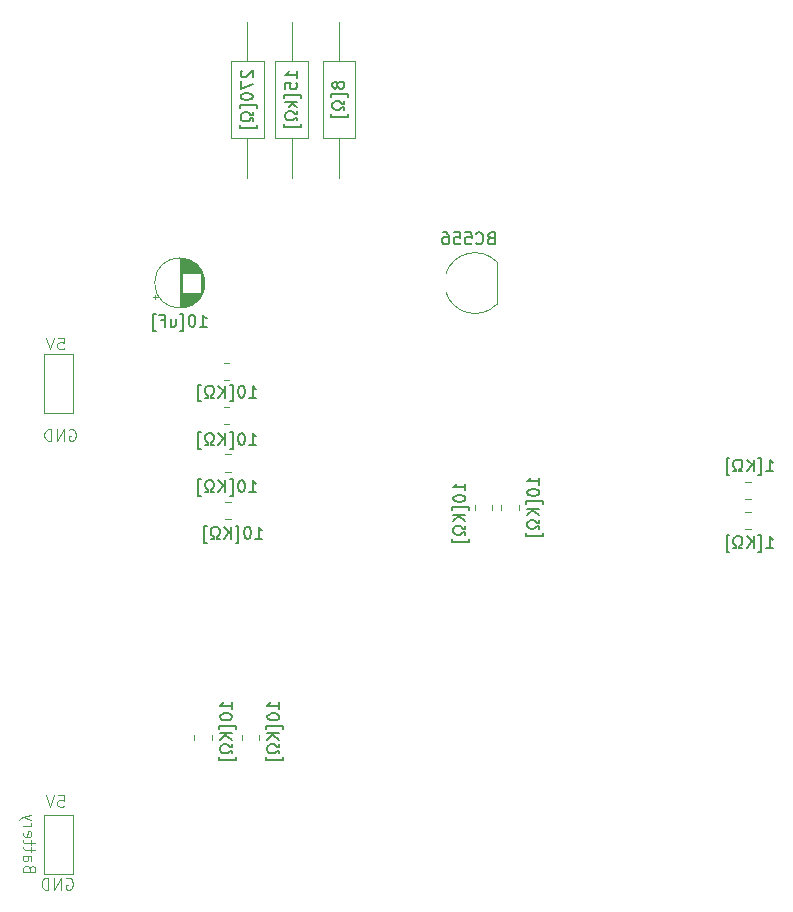
<source format=gbr>
%TF.GenerationSoftware,KiCad,Pcbnew,9.0.5*%
%TF.CreationDate,2025-10-16T02:52:29+02:00*%
%TF.ProjectId,Gameboy-interface-card,47616d65-626f-4792-9d69-6e7465726661,rev?*%
%TF.SameCoordinates,Original*%
%TF.FileFunction,Legend,Bot*%
%TF.FilePolarity,Positive*%
%FSLAX46Y46*%
G04 Gerber Fmt 4.6, Leading zero omitted, Abs format (unit mm)*
G04 Created by KiCad (PCBNEW 9.0.5) date 2025-10-16 02:52:29*
%MOMM*%
%LPD*%
G01*
G04 APERTURE LIST*
%ADD10C,0.100000*%
%ADD11C,0.150000*%
%ADD12C,0.120000*%
G04 APERTURE END LIST*
D10*
X58316390Y-146079245D02*
X58268771Y-145936388D01*
X58268771Y-145936388D02*
X58221152Y-145888769D01*
X58221152Y-145888769D02*
X58125914Y-145841150D01*
X58125914Y-145841150D02*
X57983057Y-145841150D01*
X57983057Y-145841150D02*
X57887819Y-145888769D01*
X57887819Y-145888769D02*
X57840200Y-145936388D01*
X57840200Y-145936388D02*
X57792580Y-146031626D01*
X57792580Y-146031626D02*
X57792580Y-146412578D01*
X57792580Y-146412578D02*
X58792580Y-146412578D01*
X58792580Y-146412578D02*
X58792580Y-146079245D01*
X58792580Y-146079245D02*
X58744961Y-145984007D01*
X58744961Y-145984007D02*
X58697342Y-145936388D01*
X58697342Y-145936388D02*
X58602104Y-145888769D01*
X58602104Y-145888769D02*
X58506866Y-145888769D01*
X58506866Y-145888769D02*
X58411628Y-145936388D01*
X58411628Y-145936388D02*
X58364009Y-145984007D01*
X58364009Y-145984007D02*
X58316390Y-146079245D01*
X58316390Y-146079245D02*
X58316390Y-146412578D01*
X57792580Y-144984007D02*
X58316390Y-144984007D01*
X58316390Y-144984007D02*
X58411628Y-145031626D01*
X58411628Y-145031626D02*
X58459247Y-145126864D01*
X58459247Y-145126864D02*
X58459247Y-145317340D01*
X58459247Y-145317340D02*
X58411628Y-145412578D01*
X57840200Y-144984007D02*
X57792580Y-145079245D01*
X57792580Y-145079245D02*
X57792580Y-145317340D01*
X57792580Y-145317340D02*
X57840200Y-145412578D01*
X57840200Y-145412578D02*
X57935438Y-145460197D01*
X57935438Y-145460197D02*
X58030676Y-145460197D01*
X58030676Y-145460197D02*
X58125914Y-145412578D01*
X58125914Y-145412578D02*
X58173533Y-145317340D01*
X58173533Y-145317340D02*
X58173533Y-145079245D01*
X58173533Y-145079245D02*
X58221152Y-144984007D01*
X58459247Y-144650673D02*
X58459247Y-144269721D01*
X58792580Y-144507816D02*
X57935438Y-144507816D01*
X57935438Y-144507816D02*
X57840200Y-144460197D01*
X57840200Y-144460197D02*
X57792580Y-144364959D01*
X57792580Y-144364959D02*
X57792580Y-144269721D01*
X58459247Y-144079244D02*
X58459247Y-143698292D01*
X58792580Y-143936387D02*
X57935438Y-143936387D01*
X57935438Y-143936387D02*
X57840200Y-143888768D01*
X57840200Y-143888768D02*
X57792580Y-143793530D01*
X57792580Y-143793530D02*
X57792580Y-143698292D01*
X57840200Y-142984006D02*
X57792580Y-143079244D01*
X57792580Y-143079244D02*
X57792580Y-143269720D01*
X57792580Y-143269720D02*
X57840200Y-143364958D01*
X57840200Y-143364958D02*
X57935438Y-143412577D01*
X57935438Y-143412577D02*
X58316390Y-143412577D01*
X58316390Y-143412577D02*
X58411628Y-143364958D01*
X58411628Y-143364958D02*
X58459247Y-143269720D01*
X58459247Y-143269720D02*
X58459247Y-143079244D01*
X58459247Y-143079244D02*
X58411628Y-142984006D01*
X58411628Y-142984006D02*
X58316390Y-142936387D01*
X58316390Y-142936387D02*
X58221152Y-142936387D01*
X58221152Y-142936387D02*
X58125914Y-143412577D01*
X57792580Y-142507815D02*
X58459247Y-142507815D01*
X58268771Y-142507815D02*
X58364009Y-142460196D01*
X58364009Y-142460196D02*
X58411628Y-142412577D01*
X58411628Y-142412577D02*
X58459247Y-142317339D01*
X58459247Y-142317339D02*
X58459247Y-142222101D01*
X58459247Y-141984005D02*
X57792580Y-141745910D01*
X58459247Y-141507815D02*
X57792580Y-141745910D01*
X57792580Y-141745910D02*
X57554485Y-141841148D01*
X57554485Y-141841148D02*
X57506866Y-141888767D01*
X57506866Y-141888767D02*
X57459247Y-141984005D01*
X60719925Y-139872419D02*
X61196115Y-139872419D01*
X61196115Y-139872419D02*
X61243734Y-140348609D01*
X61243734Y-140348609D02*
X61196115Y-140300990D01*
X61196115Y-140300990D02*
X61100877Y-140253371D01*
X61100877Y-140253371D02*
X60862782Y-140253371D01*
X60862782Y-140253371D02*
X60767544Y-140300990D01*
X60767544Y-140300990D02*
X60719925Y-140348609D01*
X60719925Y-140348609D02*
X60672306Y-140443847D01*
X60672306Y-140443847D02*
X60672306Y-140681942D01*
X60672306Y-140681942D02*
X60719925Y-140777180D01*
X60719925Y-140777180D02*
X60767544Y-140824800D01*
X60767544Y-140824800D02*
X60862782Y-140872419D01*
X60862782Y-140872419D02*
X61100877Y-140872419D01*
X61100877Y-140872419D02*
X61196115Y-140824800D01*
X61196115Y-140824800D02*
X61243734Y-140777180D01*
X60386591Y-139872419D02*
X60053258Y-140872419D01*
X60053258Y-140872419D02*
X59719925Y-139872419D01*
X60719925Y-101122419D02*
X61196115Y-101122419D01*
X61196115Y-101122419D02*
X61243734Y-101598609D01*
X61243734Y-101598609D02*
X61196115Y-101550990D01*
X61196115Y-101550990D02*
X61100877Y-101503371D01*
X61100877Y-101503371D02*
X60862782Y-101503371D01*
X60862782Y-101503371D02*
X60767544Y-101550990D01*
X60767544Y-101550990D02*
X60719925Y-101598609D01*
X60719925Y-101598609D02*
X60672306Y-101693847D01*
X60672306Y-101693847D02*
X60672306Y-101931942D01*
X60672306Y-101931942D02*
X60719925Y-102027180D01*
X60719925Y-102027180D02*
X60767544Y-102074800D01*
X60767544Y-102074800D02*
X60862782Y-102122419D01*
X60862782Y-102122419D02*
X61100877Y-102122419D01*
X61100877Y-102122419D02*
X61196115Y-102074800D01*
X61196115Y-102074800D02*
X61243734Y-102027180D01*
X60386591Y-101122419D02*
X60053258Y-102122419D01*
X60053258Y-102122419D02*
X59719925Y-101122419D01*
X61422306Y-146920038D02*
X61517544Y-146872419D01*
X61517544Y-146872419D02*
X61660401Y-146872419D01*
X61660401Y-146872419D02*
X61803258Y-146920038D01*
X61803258Y-146920038D02*
X61898496Y-147015276D01*
X61898496Y-147015276D02*
X61946115Y-147110514D01*
X61946115Y-147110514D02*
X61993734Y-147300990D01*
X61993734Y-147300990D02*
X61993734Y-147443847D01*
X61993734Y-147443847D02*
X61946115Y-147634323D01*
X61946115Y-147634323D02*
X61898496Y-147729561D01*
X61898496Y-147729561D02*
X61803258Y-147824800D01*
X61803258Y-147824800D02*
X61660401Y-147872419D01*
X61660401Y-147872419D02*
X61565163Y-147872419D01*
X61565163Y-147872419D02*
X61422306Y-147824800D01*
X61422306Y-147824800D02*
X61374687Y-147777180D01*
X61374687Y-147777180D02*
X61374687Y-147443847D01*
X61374687Y-147443847D02*
X61565163Y-147443847D01*
X60946115Y-147872419D02*
X60946115Y-146872419D01*
X60946115Y-146872419D02*
X60374687Y-147872419D01*
X60374687Y-147872419D02*
X60374687Y-146872419D01*
X59898496Y-147872419D02*
X59898496Y-146872419D01*
X59898496Y-146872419D02*
X59660401Y-146872419D01*
X59660401Y-146872419D02*
X59517544Y-146920038D01*
X59517544Y-146920038D02*
X59422306Y-147015276D01*
X59422306Y-147015276D02*
X59374687Y-147110514D01*
X59374687Y-147110514D02*
X59327068Y-147300990D01*
X59327068Y-147300990D02*
X59327068Y-147443847D01*
X59327068Y-147443847D02*
X59374687Y-147634323D01*
X59374687Y-147634323D02*
X59422306Y-147729561D01*
X59422306Y-147729561D02*
X59517544Y-147824800D01*
X59517544Y-147824800D02*
X59660401Y-147872419D01*
X59660401Y-147872419D02*
X59898496Y-147872419D01*
X61672306Y-108920038D02*
X61767544Y-108872419D01*
X61767544Y-108872419D02*
X61910401Y-108872419D01*
X61910401Y-108872419D02*
X62053258Y-108920038D01*
X62053258Y-108920038D02*
X62148496Y-109015276D01*
X62148496Y-109015276D02*
X62196115Y-109110514D01*
X62196115Y-109110514D02*
X62243734Y-109300990D01*
X62243734Y-109300990D02*
X62243734Y-109443847D01*
X62243734Y-109443847D02*
X62196115Y-109634323D01*
X62196115Y-109634323D02*
X62148496Y-109729561D01*
X62148496Y-109729561D02*
X62053258Y-109824800D01*
X62053258Y-109824800D02*
X61910401Y-109872419D01*
X61910401Y-109872419D02*
X61815163Y-109872419D01*
X61815163Y-109872419D02*
X61672306Y-109824800D01*
X61672306Y-109824800D02*
X61624687Y-109777180D01*
X61624687Y-109777180D02*
X61624687Y-109443847D01*
X61624687Y-109443847D02*
X61815163Y-109443847D01*
X61196115Y-109872419D02*
X61196115Y-108872419D01*
X61196115Y-108872419D02*
X60624687Y-109872419D01*
X60624687Y-109872419D02*
X60624687Y-108872419D01*
X60148496Y-109872419D02*
X60148496Y-108872419D01*
X60148496Y-108872419D02*
X59910401Y-108872419D01*
X59910401Y-108872419D02*
X59767544Y-108920038D01*
X59767544Y-108920038D02*
X59672306Y-109015276D01*
X59672306Y-109015276D02*
X59624687Y-109110514D01*
X59624687Y-109110514D02*
X59577068Y-109300990D01*
X59577068Y-109300990D02*
X59577068Y-109443847D01*
X59577068Y-109443847D02*
X59624687Y-109634323D01*
X59624687Y-109634323D02*
X59672306Y-109729561D01*
X59672306Y-109729561D02*
X59767544Y-109824800D01*
X59767544Y-109824800D02*
X59910401Y-109872419D01*
X59910401Y-109872419D02*
X60148496Y-109872419D01*
D11*
X76300057Y-78523809D02*
X76252438Y-78571428D01*
X76252438Y-78571428D02*
X76204819Y-78666666D01*
X76204819Y-78666666D02*
X76204819Y-78904761D01*
X76204819Y-78904761D02*
X76252438Y-78999999D01*
X76252438Y-78999999D02*
X76300057Y-79047618D01*
X76300057Y-79047618D02*
X76395295Y-79095237D01*
X76395295Y-79095237D02*
X76490533Y-79095237D01*
X76490533Y-79095237D02*
X76633390Y-79047618D01*
X76633390Y-79047618D02*
X77204819Y-78476190D01*
X77204819Y-78476190D02*
X77204819Y-79095237D01*
X76204819Y-79428571D02*
X76204819Y-80095237D01*
X76204819Y-80095237D02*
X77204819Y-79666666D01*
X76204819Y-80666666D02*
X76204819Y-80761904D01*
X76204819Y-80761904D02*
X76252438Y-80857142D01*
X76252438Y-80857142D02*
X76300057Y-80904761D01*
X76300057Y-80904761D02*
X76395295Y-80952380D01*
X76395295Y-80952380D02*
X76585771Y-80999999D01*
X76585771Y-80999999D02*
X76823866Y-80999999D01*
X76823866Y-80999999D02*
X77014342Y-80952380D01*
X77014342Y-80952380D02*
X77109580Y-80904761D01*
X77109580Y-80904761D02*
X77157200Y-80857142D01*
X77157200Y-80857142D02*
X77204819Y-80761904D01*
X77204819Y-80761904D02*
X77204819Y-80666666D01*
X77204819Y-80666666D02*
X77157200Y-80571428D01*
X77157200Y-80571428D02*
X77109580Y-80523809D01*
X77109580Y-80523809D02*
X77014342Y-80476190D01*
X77014342Y-80476190D02*
X76823866Y-80428571D01*
X76823866Y-80428571D02*
X76585771Y-80428571D01*
X76585771Y-80428571D02*
X76395295Y-80476190D01*
X76395295Y-80476190D02*
X76300057Y-80523809D01*
X76300057Y-80523809D02*
X76252438Y-80571428D01*
X76252438Y-80571428D02*
X76204819Y-80666666D01*
X77538152Y-81714285D02*
X77538152Y-81476190D01*
X77538152Y-81476190D02*
X76109580Y-81476190D01*
X76109580Y-81476190D02*
X76109580Y-81714285D01*
X77204819Y-82047619D02*
X77204819Y-82285714D01*
X77204819Y-82285714D02*
X77014342Y-82285714D01*
X77014342Y-82285714D02*
X76966723Y-82190476D01*
X76966723Y-82190476D02*
X76871485Y-82095238D01*
X76871485Y-82095238D02*
X76728628Y-82047619D01*
X76728628Y-82047619D02*
X76490533Y-82047619D01*
X76490533Y-82047619D02*
X76347676Y-82095238D01*
X76347676Y-82095238D02*
X76252438Y-82190476D01*
X76252438Y-82190476D02*
X76204819Y-82333333D01*
X76204819Y-82333333D02*
X76204819Y-82523809D01*
X76204819Y-82523809D02*
X76252438Y-82666666D01*
X76252438Y-82666666D02*
X76347676Y-82761904D01*
X76347676Y-82761904D02*
X76490533Y-82809523D01*
X76490533Y-82809523D02*
X76728628Y-82809523D01*
X76728628Y-82809523D02*
X76871485Y-82761904D01*
X76871485Y-82761904D02*
X76966723Y-82666666D01*
X76966723Y-82666666D02*
X77014342Y-82571428D01*
X77014342Y-82571428D02*
X77204819Y-82571428D01*
X77204819Y-82571428D02*
X77204819Y-82809523D01*
X77538152Y-83142857D02*
X77538152Y-83380952D01*
X77538152Y-83380952D02*
X76109580Y-83380952D01*
X76109580Y-83380952D02*
X76109580Y-83142857D01*
X84383390Y-79666666D02*
X84335771Y-79571428D01*
X84335771Y-79571428D02*
X84288152Y-79523809D01*
X84288152Y-79523809D02*
X84192914Y-79476190D01*
X84192914Y-79476190D02*
X84145295Y-79476190D01*
X84145295Y-79476190D02*
X84050057Y-79523809D01*
X84050057Y-79523809D02*
X84002438Y-79571428D01*
X84002438Y-79571428D02*
X83954819Y-79666666D01*
X83954819Y-79666666D02*
X83954819Y-79857142D01*
X83954819Y-79857142D02*
X84002438Y-79952380D01*
X84002438Y-79952380D02*
X84050057Y-79999999D01*
X84050057Y-79999999D02*
X84145295Y-80047618D01*
X84145295Y-80047618D02*
X84192914Y-80047618D01*
X84192914Y-80047618D02*
X84288152Y-79999999D01*
X84288152Y-79999999D02*
X84335771Y-79952380D01*
X84335771Y-79952380D02*
X84383390Y-79857142D01*
X84383390Y-79857142D02*
X84383390Y-79666666D01*
X84383390Y-79666666D02*
X84431009Y-79571428D01*
X84431009Y-79571428D02*
X84478628Y-79523809D01*
X84478628Y-79523809D02*
X84573866Y-79476190D01*
X84573866Y-79476190D02*
X84764342Y-79476190D01*
X84764342Y-79476190D02*
X84859580Y-79523809D01*
X84859580Y-79523809D02*
X84907200Y-79571428D01*
X84907200Y-79571428D02*
X84954819Y-79666666D01*
X84954819Y-79666666D02*
X84954819Y-79857142D01*
X84954819Y-79857142D02*
X84907200Y-79952380D01*
X84907200Y-79952380D02*
X84859580Y-79999999D01*
X84859580Y-79999999D02*
X84764342Y-80047618D01*
X84764342Y-80047618D02*
X84573866Y-80047618D01*
X84573866Y-80047618D02*
X84478628Y-79999999D01*
X84478628Y-79999999D02*
X84431009Y-79952380D01*
X84431009Y-79952380D02*
X84383390Y-79857142D01*
X85288152Y-80761904D02*
X85288152Y-80523809D01*
X85288152Y-80523809D02*
X83859580Y-80523809D01*
X83859580Y-80523809D02*
X83859580Y-80761904D01*
X84954819Y-81095238D02*
X84954819Y-81333333D01*
X84954819Y-81333333D02*
X84764342Y-81333333D01*
X84764342Y-81333333D02*
X84716723Y-81238095D01*
X84716723Y-81238095D02*
X84621485Y-81142857D01*
X84621485Y-81142857D02*
X84478628Y-81095238D01*
X84478628Y-81095238D02*
X84240533Y-81095238D01*
X84240533Y-81095238D02*
X84097676Y-81142857D01*
X84097676Y-81142857D02*
X84002438Y-81238095D01*
X84002438Y-81238095D02*
X83954819Y-81380952D01*
X83954819Y-81380952D02*
X83954819Y-81571428D01*
X83954819Y-81571428D02*
X84002438Y-81714285D01*
X84002438Y-81714285D02*
X84097676Y-81809523D01*
X84097676Y-81809523D02*
X84240533Y-81857142D01*
X84240533Y-81857142D02*
X84478628Y-81857142D01*
X84478628Y-81857142D02*
X84621485Y-81809523D01*
X84621485Y-81809523D02*
X84716723Y-81714285D01*
X84716723Y-81714285D02*
X84764342Y-81619047D01*
X84764342Y-81619047D02*
X84954819Y-81619047D01*
X84954819Y-81619047D02*
X84954819Y-81857142D01*
X85288152Y-82190476D02*
X85288152Y-82428571D01*
X85288152Y-82428571D02*
X83859580Y-82428571D01*
X83859580Y-82428571D02*
X83859580Y-82190476D01*
X120702381Y-118954819D02*
X121273809Y-118954819D01*
X120988095Y-118954819D02*
X120988095Y-117954819D01*
X120988095Y-117954819D02*
X121083333Y-118097676D01*
X121083333Y-118097676D02*
X121178571Y-118192914D01*
X121178571Y-118192914D02*
X121273809Y-118240533D01*
X119988095Y-119288152D02*
X120226190Y-119288152D01*
X120226190Y-119288152D02*
X120226190Y-117859580D01*
X120226190Y-117859580D02*
X119988095Y-117859580D01*
X119607142Y-118954819D02*
X119607142Y-117954819D01*
X119035714Y-118954819D02*
X119464285Y-118383390D01*
X119035714Y-117954819D02*
X119607142Y-118526247D01*
X118654761Y-118954819D02*
X118416666Y-118954819D01*
X118416666Y-118954819D02*
X118416666Y-118764342D01*
X118416666Y-118764342D02*
X118511904Y-118716723D01*
X118511904Y-118716723D02*
X118607142Y-118621485D01*
X118607142Y-118621485D02*
X118654761Y-118478628D01*
X118654761Y-118478628D02*
X118654761Y-118240533D01*
X118654761Y-118240533D02*
X118607142Y-118097676D01*
X118607142Y-118097676D02*
X118511904Y-118002438D01*
X118511904Y-118002438D02*
X118369047Y-117954819D01*
X118369047Y-117954819D02*
X118178571Y-117954819D01*
X118178571Y-117954819D02*
X118035714Y-118002438D01*
X118035714Y-118002438D02*
X117940476Y-118097676D01*
X117940476Y-118097676D02*
X117892857Y-118240533D01*
X117892857Y-118240533D02*
X117892857Y-118478628D01*
X117892857Y-118478628D02*
X117940476Y-118621485D01*
X117940476Y-118621485D02*
X118035714Y-118716723D01*
X118035714Y-118716723D02*
X118130952Y-118764342D01*
X118130952Y-118764342D02*
X118130952Y-118954819D01*
X118130952Y-118954819D02*
X117892857Y-118954819D01*
X117559523Y-119288152D02*
X117321428Y-119288152D01*
X117321428Y-119288152D02*
X117321428Y-117859580D01*
X117321428Y-117859580D02*
X117559523Y-117859580D01*
X120702381Y-112454819D02*
X121273809Y-112454819D01*
X120988095Y-112454819D02*
X120988095Y-111454819D01*
X120988095Y-111454819D02*
X121083333Y-111597676D01*
X121083333Y-111597676D02*
X121178571Y-111692914D01*
X121178571Y-111692914D02*
X121273809Y-111740533D01*
X119988095Y-112788152D02*
X120226190Y-112788152D01*
X120226190Y-112788152D02*
X120226190Y-111359580D01*
X120226190Y-111359580D02*
X119988095Y-111359580D01*
X119607142Y-112454819D02*
X119607142Y-111454819D01*
X119035714Y-112454819D02*
X119464285Y-111883390D01*
X119035714Y-111454819D02*
X119607142Y-112026247D01*
X118654761Y-112454819D02*
X118416666Y-112454819D01*
X118416666Y-112454819D02*
X118416666Y-112264342D01*
X118416666Y-112264342D02*
X118511904Y-112216723D01*
X118511904Y-112216723D02*
X118607142Y-112121485D01*
X118607142Y-112121485D02*
X118654761Y-111978628D01*
X118654761Y-111978628D02*
X118654761Y-111740533D01*
X118654761Y-111740533D02*
X118607142Y-111597676D01*
X118607142Y-111597676D02*
X118511904Y-111502438D01*
X118511904Y-111502438D02*
X118369047Y-111454819D01*
X118369047Y-111454819D02*
X118178571Y-111454819D01*
X118178571Y-111454819D02*
X118035714Y-111502438D01*
X118035714Y-111502438D02*
X117940476Y-111597676D01*
X117940476Y-111597676D02*
X117892857Y-111740533D01*
X117892857Y-111740533D02*
X117892857Y-111978628D01*
X117892857Y-111978628D02*
X117940476Y-112121485D01*
X117940476Y-112121485D02*
X118035714Y-112216723D01*
X118035714Y-112216723D02*
X118130952Y-112264342D01*
X118130952Y-112264342D02*
X118130952Y-112454819D01*
X118130952Y-112454819D02*
X117892857Y-112454819D01*
X117559523Y-112788152D02*
X117321428Y-112788152D01*
X117321428Y-112788152D02*
X117321428Y-111359580D01*
X117321428Y-111359580D02*
X117559523Y-111359580D01*
X76928571Y-110204819D02*
X77499999Y-110204819D01*
X77214285Y-110204819D02*
X77214285Y-109204819D01*
X77214285Y-109204819D02*
X77309523Y-109347676D01*
X77309523Y-109347676D02*
X77404761Y-109442914D01*
X77404761Y-109442914D02*
X77499999Y-109490533D01*
X76309523Y-109204819D02*
X76214285Y-109204819D01*
X76214285Y-109204819D02*
X76119047Y-109252438D01*
X76119047Y-109252438D02*
X76071428Y-109300057D01*
X76071428Y-109300057D02*
X76023809Y-109395295D01*
X76023809Y-109395295D02*
X75976190Y-109585771D01*
X75976190Y-109585771D02*
X75976190Y-109823866D01*
X75976190Y-109823866D02*
X76023809Y-110014342D01*
X76023809Y-110014342D02*
X76071428Y-110109580D01*
X76071428Y-110109580D02*
X76119047Y-110157200D01*
X76119047Y-110157200D02*
X76214285Y-110204819D01*
X76214285Y-110204819D02*
X76309523Y-110204819D01*
X76309523Y-110204819D02*
X76404761Y-110157200D01*
X76404761Y-110157200D02*
X76452380Y-110109580D01*
X76452380Y-110109580D02*
X76499999Y-110014342D01*
X76499999Y-110014342D02*
X76547618Y-109823866D01*
X76547618Y-109823866D02*
X76547618Y-109585771D01*
X76547618Y-109585771D02*
X76499999Y-109395295D01*
X76499999Y-109395295D02*
X76452380Y-109300057D01*
X76452380Y-109300057D02*
X76404761Y-109252438D01*
X76404761Y-109252438D02*
X76309523Y-109204819D01*
X75261904Y-110538152D02*
X75499999Y-110538152D01*
X75499999Y-110538152D02*
X75499999Y-109109580D01*
X75499999Y-109109580D02*
X75261904Y-109109580D01*
X74880951Y-110204819D02*
X74880951Y-109204819D01*
X74309523Y-110204819D02*
X74738094Y-109633390D01*
X74309523Y-109204819D02*
X74880951Y-109776247D01*
X73928570Y-110204819D02*
X73690475Y-110204819D01*
X73690475Y-110204819D02*
X73690475Y-110014342D01*
X73690475Y-110014342D02*
X73785713Y-109966723D01*
X73785713Y-109966723D02*
X73880951Y-109871485D01*
X73880951Y-109871485D02*
X73928570Y-109728628D01*
X73928570Y-109728628D02*
X73928570Y-109490533D01*
X73928570Y-109490533D02*
X73880951Y-109347676D01*
X73880951Y-109347676D02*
X73785713Y-109252438D01*
X73785713Y-109252438D02*
X73642856Y-109204819D01*
X73642856Y-109204819D02*
X73452380Y-109204819D01*
X73452380Y-109204819D02*
X73309523Y-109252438D01*
X73309523Y-109252438D02*
X73214285Y-109347676D01*
X73214285Y-109347676D02*
X73166666Y-109490533D01*
X73166666Y-109490533D02*
X73166666Y-109728628D01*
X73166666Y-109728628D02*
X73214285Y-109871485D01*
X73214285Y-109871485D02*
X73309523Y-109966723D01*
X73309523Y-109966723D02*
X73404761Y-110014342D01*
X73404761Y-110014342D02*
X73404761Y-110204819D01*
X73404761Y-110204819D02*
X73166666Y-110204819D01*
X72833332Y-110538152D02*
X72595237Y-110538152D01*
X72595237Y-110538152D02*
X72595237Y-109109580D01*
X72595237Y-109109580D02*
X72833332Y-109109580D01*
X76928571Y-106204819D02*
X77499999Y-106204819D01*
X77214285Y-106204819D02*
X77214285Y-105204819D01*
X77214285Y-105204819D02*
X77309523Y-105347676D01*
X77309523Y-105347676D02*
X77404761Y-105442914D01*
X77404761Y-105442914D02*
X77499999Y-105490533D01*
X76309523Y-105204819D02*
X76214285Y-105204819D01*
X76214285Y-105204819D02*
X76119047Y-105252438D01*
X76119047Y-105252438D02*
X76071428Y-105300057D01*
X76071428Y-105300057D02*
X76023809Y-105395295D01*
X76023809Y-105395295D02*
X75976190Y-105585771D01*
X75976190Y-105585771D02*
X75976190Y-105823866D01*
X75976190Y-105823866D02*
X76023809Y-106014342D01*
X76023809Y-106014342D02*
X76071428Y-106109580D01*
X76071428Y-106109580D02*
X76119047Y-106157200D01*
X76119047Y-106157200D02*
X76214285Y-106204819D01*
X76214285Y-106204819D02*
X76309523Y-106204819D01*
X76309523Y-106204819D02*
X76404761Y-106157200D01*
X76404761Y-106157200D02*
X76452380Y-106109580D01*
X76452380Y-106109580D02*
X76499999Y-106014342D01*
X76499999Y-106014342D02*
X76547618Y-105823866D01*
X76547618Y-105823866D02*
X76547618Y-105585771D01*
X76547618Y-105585771D02*
X76499999Y-105395295D01*
X76499999Y-105395295D02*
X76452380Y-105300057D01*
X76452380Y-105300057D02*
X76404761Y-105252438D01*
X76404761Y-105252438D02*
X76309523Y-105204819D01*
X75261904Y-106538152D02*
X75499999Y-106538152D01*
X75499999Y-106538152D02*
X75499999Y-105109580D01*
X75499999Y-105109580D02*
X75261904Y-105109580D01*
X74880951Y-106204819D02*
X74880951Y-105204819D01*
X74309523Y-106204819D02*
X74738094Y-105633390D01*
X74309523Y-105204819D02*
X74880951Y-105776247D01*
X73928570Y-106204819D02*
X73690475Y-106204819D01*
X73690475Y-106204819D02*
X73690475Y-106014342D01*
X73690475Y-106014342D02*
X73785713Y-105966723D01*
X73785713Y-105966723D02*
X73880951Y-105871485D01*
X73880951Y-105871485D02*
X73928570Y-105728628D01*
X73928570Y-105728628D02*
X73928570Y-105490533D01*
X73928570Y-105490533D02*
X73880951Y-105347676D01*
X73880951Y-105347676D02*
X73785713Y-105252438D01*
X73785713Y-105252438D02*
X73642856Y-105204819D01*
X73642856Y-105204819D02*
X73452380Y-105204819D01*
X73452380Y-105204819D02*
X73309523Y-105252438D01*
X73309523Y-105252438D02*
X73214285Y-105347676D01*
X73214285Y-105347676D02*
X73166666Y-105490533D01*
X73166666Y-105490533D02*
X73166666Y-105728628D01*
X73166666Y-105728628D02*
X73214285Y-105871485D01*
X73214285Y-105871485D02*
X73309523Y-105966723D01*
X73309523Y-105966723D02*
X73404761Y-106014342D01*
X73404761Y-106014342D02*
X73404761Y-106204819D01*
X73404761Y-106204819D02*
X73166666Y-106204819D01*
X72833332Y-106538152D02*
X72595237Y-106538152D01*
X72595237Y-106538152D02*
X72595237Y-105109580D01*
X72595237Y-105109580D02*
X72833332Y-105109580D01*
X97357142Y-92701009D02*
X97214285Y-92748628D01*
X97214285Y-92748628D02*
X97166666Y-92796247D01*
X97166666Y-92796247D02*
X97119047Y-92891485D01*
X97119047Y-92891485D02*
X97119047Y-93034342D01*
X97119047Y-93034342D02*
X97166666Y-93129580D01*
X97166666Y-93129580D02*
X97214285Y-93177200D01*
X97214285Y-93177200D02*
X97309523Y-93224819D01*
X97309523Y-93224819D02*
X97690475Y-93224819D01*
X97690475Y-93224819D02*
X97690475Y-92224819D01*
X97690475Y-92224819D02*
X97357142Y-92224819D01*
X97357142Y-92224819D02*
X97261904Y-92272438D01*
X97261904Y-92272438D02*
X97214285Y-92320057D01*
X97214285Y-92320057D02*
X97166666Y-92415295D01*
X97166666Y-92415295D02*
X97166666Y-92510533D01*
X97166666Y-92510533D02*
X97214285Y-92605771D01*
X97214285Y-92605771D02*
X97261904Y-92653390D01*
X97261904Y-92653390D02*
X97357142Y-92701009D01*
X97357142Y-92701009D02*
X97690475Y-92701009D01*
X96119047Y-93129580D02*
X96166666Y-93177200D01*
X96166666Y-93177200D02*
X96309523Y-93224819D01*
X96309523Y-93224819D02*
X96404761Y-93224819D01*
X96404761Y-93224819D02*
X96547618Y-93177200D01*
X96547618Y-93177200D02*
X96642856Y-93081961D01*
X96642856Y-93081961D02*
X96690475Y-92986723D01*
X96690475Y-92986723D02*
X96738094Y-92796247D01*
X96738094Y-92796247D02*
X96738094Y-92653390D01*
X96738094Y-92653390D02*
X96690475Y-92462914D01*
X96690475Y-92462914D02*
X96642856Y-92367676D01*
X96642856Y-92367676D02*
X96547618Y-92272438D01*
X96547618Y-92272438D02*
X96404761Y-92224819D01*
X96404761Y-92224819D02*
X96309523Y-92224819D01*
X96309523Y-92224819D02*
X96166666Y-92272438D01*
X96166666Y-92272438D02*
X96119047Y-92320057D01*
X95214285Y-92224819D02*
X95690475Y-92224819D01*
X95690475Y-92224819D02*
X95738094Y-92701009D01*
X95738094Y-92701009D02*
X95690475Y-92653390D01*
X95690475Y-92653390D02*
X95595237Y-92605771D01*
X95595237Y-92605771D02*
X95357142Y-92605771D01*
X95357142Y-92605771D02*
X95261904Y-92653390D01*
X95261904Y-92653390D02*
X95214285Y-92701009D01*
X95214285Y-92701009D02*
X95166666Y-92796247D01*
X95166666Y-92796247D02*
X95166666Y-93034342D01*
X95166666Y-93034342D02*
X95214285Y-93129580D01*
X95214285Y-93129580D02*
X95261904Y-93177200D01*
X95261904Y-93177200D02*
X95357142Y-93224819D01*
X95357142Y-93224819D02*
X95595237Y-93224819D01*
X95595237Y-93224819D02*
X95690475Y-93177200D01*
X95690475Y-93177200D02*
X95738094Y-93129580D01*
X94261904Y-92224819D02*
X94738094Y-92224819D01*
X94738094Y-92224819D02*
X94785713Y-92701009D01*
X94785713Y-92701009D02*
X94738094Y-92653390D01*
X94738094Y-92653390D02*
X94642856Y-92605771D01*
X94642856Y-92605771D02*
X94404761Y-92605771D01*
X94404761Y-92605771D02*
X94309523Y-92653390D01*
X94309523Y-92653390D02*
X94261904Y-92701009D01*
X94261904Y-92701009D02*
X94214285Y-92796247D01*
X94214285Y-92796247D02*
X94214285Y-93034342D01*
X94214285Y-93034342D02*
X94261904Y-93129580D01*
X94261904Y-93129580D02*
X94309523Y-93177200D01*
X94309523Y-93177200D02*
X94404761Y-93224819D01*
X94404761Y-93224819D02*
X94642856Y-93224819D01*
X94642856Y-93224819D02*
X94738094Y-93177200D01*
X94738094Y-93177200D02*
X94785713Y-93129580D01*
X93357142Y-92224819D02*
X93547618Y-92224819D01*
X93547618Y-92224819D02*
X93642856Y-92272438D01*
X93642856Y-92272438D02*
X93690475Y-92320057D01*
X93690475Y-92320057D02*
X93785713Y-92462914D01*
X93785713Y-92462914D02*
X93833332Y-92653390D01*
X93833332Y-92653390D02*
X93833332Y-93034342D01*
X93833332Y-93034342D02*
X93785713Y-93129580D01*
X93785713Y-93129580D02*
X93738094Y-93177200D01*
X93738094Y-93177200D02*
X93642856Y-93224819D01*
X93642856Y-93224819D02*
X93452380Y-93224819D01*
X93452380Y-93224819D02*
X93357142Y-93177200D01*
X93357142Y-93177200D02*
X93309523Y-93129580D01*
X93309523Y-93129580D02*
X93261904Y-93034342D01*
X93261904Y-93034342D02*
X93261904Y-92796247D01*
X93261904Y-92796247D02*
X93309523Y-92701009D01*
X93309523Y-92701009D02*
X93357142Y-92653390D01*
X93357142Y-92653390D02*
X93452380Y-92605771D01*
X93452380Y-92605771D02*
X93642856Y-92605771D01*
X93642856Y-92605771D02*
X93738094Y-92653390D01*
X93738094Y-92653390D02*
X93785713Y-92701009D01*
X93785713Y-92701009D02*
X93833332Y-92796247D01*
X77428571Y-118154819D02*
X77999999Y-118154819D01*
X77714285Y-118154819D02*
X77714285Y-117154819D01*
X77714285Y-117154819D02*
X77809523Y-117297676D01*
X77809523Y-117297676D02*
X77904761Y-117392914D01*
X77904761Y-117392914D02*
X77999999Y-117440533D01*
X76809523Y-117154819D02*
X76714285Y-117154819D01*
X76714285Y-117154819D02*
X76619047Y-117202438D01*
X76619047Y-117202438D02*
X76571428Y-117250057D01*
X76571428Y-117250057D02*
X76523809Y-117345295D01*
X76523809Y-117345295D02*
X76476190Y-117535771D01*
X76476190Y-117535771D02*
X76476190Y-117773866D01*
X76476190Y-117773866D02*
X76523809Y-117964342D01*
X76523809Y-117964342D02*
X76571428Y-118059580D01*
X76571428Y-118059580D02*
X76619047Y-118107200D01*
X76619047Y-118107200D02*
X76714285Y-118154819D01*
X76714285Y-118154819D02*
X76809523Y-118154819D01*
X76809523Y-118154819D02*
X76904761Y-118107200D01*
X76904761Y-118107200D02*
X76952380Y-118059580D01*
X76952380Y-118059580D02*
X76999999Y-117964342D01*
X76999999Y-117964342D02*
X77047618Y-117773866D01*
X77047618Y-117773866D02*
X77047618Y-117535771D01*
X77047618Y-117535771D02*
X76999999Y-117345295D01*
X76999999Y-117345295D02*
X76952380Y-117250057D01*
X76952380Y-117250057D02*
X76904761Y-117202438D01*
X76904761Y-117202438D02*
X76809523Y-117154819D01*
X75761904Y-118488152D02*
X75999999Y-118488152D01*
X75999999Y-118488152D02*
X75999999Y-117059580D01*
X75999999Y-117059580D02*
X75761904Y-117059580D01*
X75380951Y-118154819D02*
X75380951Y-117154819D01*
X74809523Y-118154819D02*
X75238094Y-117583390D01*
X74809523Y-117154819D02*
X75380951Y-117726247D01*
X74428570Y-118154819D02*
X74190475Y-118154819D01*
X74190475Y-118154819D02*
X74190475Y-117964342D01*
X74190475Y-117964342D02*
X74285713Y-117916723D01*
X74285713Y-117916723D02*
X74380951Y-117821485D01*
X74380951Y-117821485D02*
X74428570Y-117678628D01*
X74428570Y-117678628D02*
X74428570Y-117440533D01*
X74428570Y-117440533D02*
X74380951Y-117297676D01*
X74380951Y-117297676D02*
X74285713Y-117202438D01*
X74285713Y-117202438D02*
X74142856Y-117154819D01*
X74142856Y-117154819D02*
X73952380Y-117154819D01*
X73952380Y-117154819D02*
X73809523Y-117202438D01*
X73809523Y-117202438D02*
X73714285Y-117297676D01*
X73714285Y-117297676D02*
X73666666Y-117440533D01*
X73666666Y-117440533D02*
X73666666Y-117678628D01*
X73666666Y-117678628D02*
X73714285Y-117821485D01*
X73714285Y-117821485D02*
X73809523Y-117916723D01*
X73809523Y-117916723D02*
X73904761Y-117964342D01*
X73904761Y-117964342D02*
X73904761Y-118154819D01*
X73904761Y-118154819D02*
X73666666Y-118154819D01*
X73333332Y-118488152D02*
X73095237Y-118488152D01*
X73095237Y-118488152D02*
X73095237Y-117059580D01*
X73095237Y-117059580D02*
X73333332Y-117059580D01*
X75454819Y-132571428D02*
X75454819Y-132000000D01*
X75454819Y-132285714D02*
X74454819Y-132285714D01*
X74454819Y-132285714D02*
X74597676Y-132190476D01*
X74597676Y-132190476D02*
X74692914Y-132095238D01*
X74692914Y-132095238D02*
X74740533Y-132000000D01*
X74454819Y-133190476D02*
X74454819Y-133285714D01*
X74454819Y-133285714D02*
X74502438Y-133380952D01*
X74502438Y-133380952D02*
X74550057Y-133428571D01*
X74550057Y-133428571D02*
X74645295Y-133476190D01*
X74645295Y-133476190D02*
X74835771Y-133523809D01*
X74835771Y-133523809D02*
X75073866Y-133523809D01*
X75073866Y-133523809D02*
X75264342Y-133476190D01*
X75264342Y-133476190D02*
X75359580Y-133428571D01*
X75359580Y-133428571D02*
X75407200Y-133380952D01*
X75407200Y-133380952D02*
X75454819Y-133285714D01*
X75454819Y-133285714D02*
X75454819Y-133190476D01*
X75454819Y-133190476D02*
X75407200Y-133095238D01*
X75407200Y-133095238D02*
X75359580Y-133047619D01*
X75359580Y-133047619D02*
X75264342Y-133000000D01*
X75264342Y-133000000D02*
X75073866Y-132952381D01*
X75073866Y-132952381D02*
X74835771Y-132952381D01*
X74835771Y-132952381D02*
X74645295Y-133000000D01*
X74645295Y-133000000D02*
X74550057Y-133047619D01*
X74550057Y-133047619D02*
X74502438Y-133095238D01*
X74502438Y-133095238D02*
X74454819Y-133190476D01*
X75788152Y-134238095D02*
X75788152Y-134000000D01*
X75788152Y-134000000D02*
X74359580Y-134000000D01*
X74359580Y-134000000D02*
X74359580Y-134238095D01*
X75454819Y-134619048D02*
X74454819Y-134619048D01*
X75454819Y-135190476D02*
X74883390Y-134761905D01*
X74454819Y-135190476D02*
X75026247Y-134619048D01*
X75454819Y-135571429D02*
X75454819Y-135809524D01*
X75454819Y-135809524D02*
X75264342Y-135809524D01*
X75264342Y-135809524D02*
X75216723Y-135714286D01*
X75216723Y-135714286D02*
X75121485Y-135619048D01*
X75121485Y-135619048D02*
X74978628Y-135571429D01*
X74978628Y-135571429D02*
X74740533Y-135571429D01*
X74740533Y-135571429D02*
X74597676Y-135619048D01*
X74597676Y-135619048D02*
X74502438Y-135714286D01*
X74502438Y-135714286D02*
X74454819Y-135857143D01*
X74454819Y-135857143D02*
X74454819Y-136047619D01*
X74454819Y-136047619D02*
X74502438Y-136190476D01*
X74502438Y-136190476D02*
X74597676Y-136285714D01*
X74597676Y-136285714D02*
X74740533Y-136333333D01*
X74740533Y-136333333D02*
X74978628Y-136333333D01*
X74978628Y-136333333D02*
X75121485Y-136285714D01*
X75121485Y-136285714D02*
X75216723Y-136190476D01*
X75216723Y-136190476D02*
X75264342Y-136095238D01*
X75264342Y-136095238D02*
X75454819Y-136095238D01*
X75454819Y-136095238D02*
X75454819Y-136333333D01*
X75788152Y-136666667D02*
X75788152Y-136904762D01*
X75788152Y-136904762D02*
X74359580Y-136904762D01*
X74359580Y-136904762D02*
X74359580Y-136666667D01*
X95204819Y-114071428D02*
X95204819Y-113500000D01*
X95204819Y-113785714D02*
X94204819Y-113785714D01*
X94204819Y-113785714D02*
X94347676Y-113690476D01*
X94347676Y-113690476D02*
X94442914Y-113595238D01*
X94442914Y-113595238D02*
X94490533Y-113500000D01*
X94204819Y-114690476D02*
X94204819Y-114785714D01*
X94204819Y-114785714D02*
X94252438Y-114880952D01*
X94252438Y-114880952D02*
X94300057Y-114928571D01*
X94300057Y-114928571D02*
X94395295Y-114976190D01*
X94395295Y-114976190D02*
X94585771Y-115023809D01*
X94585771Y-115023809D02*
X94823866Y-115023809D01*
X94823866Y-115023809D02*
X95014342Y-114976190D01*
X95014342Y-114976190D02*
X95109580Y-114928571D01*
X95109580Y-114928571D02*
X95157200Y-114880952D01*
X95157200Y-114880952D02*
X95204819Y-114785714D01*
X95204819Y-114785714D02*
X95204819Y-114690476D01*
X95204819Y-114690476D02*
X95157200Y-114595238D01*
X95157200Y-114595238D02*
X95109580Y-114547619D01*
X95109580Y-114547619D02*
X95014342Y-114500000D01*
X95014342Y-114500000D02*
X94823866Y-114452381D01*
X94823866Y-114452381D02*
X94585771Y-114452381D01*
X94585771Y-114452381D02*
X94395295Y-114500000D01*
X94395295Y-114500000D02*
X94300057Y-114547619D01*
X94300057Y-114547619D02*
X94252438Y-114595238D01*
X94252438Y-114595238D02*
X94204819Y-114690476D01*
X95538152Y-115738095D02*
X95538152Y-115500000D01*
X95538152Y-115500000D02*
X94109580Y-115500000D01*
X94109580Y-115500000D02*
X94109580Y-115738095D01*
X95204819Y-116119048D02*
X94204819Y-116119048D01*
X95204819Y-116690476D02*
X94633390Y-116261905D01*
X94204819Y-116690476D02*
X94776247Y-116119048D01*
X95204819Y-117071429D02*
X95204819Y-117309524D01*
X95204819Y-117309524D02*
X95014342Y-117309524D01*
X95014342Y-117309524D02*
X94966723Y-117214286D01*
X94966723Y-117214286D02*
X94871485Y-117119048D01*
X94871485Y-117119048D02*
X94728628Y-117071429D01*
X94728628Y-117071429D02*
X94490533Y-117071429D01*
X94490533Y-117071429D02*
X94347676Y-117119048D01*
X94347676Y-117119048D02*
X94252438Y-117214286D01*
X94252438Y-117214286D02*
X94204819Y-117357143D01*
X94204819Y-117357143D02*
X94204819Y-117547619D01*
X94204819Y-117547619D02*
X94252438Y-117690476D01*
X94252438Y-117690476D02*
X94347676Y-117785714D01*
X94347676Y-117785714D02*
X94490533Y-117833333D01*
X94490533Y-117833333D02*
X94728628Y-117833333D01*
X94728628Y-117833333D02*
X94871485Y-117785714D01*
X94871485Y-117785714D02*
X94966723Y-117690476D01*
X94966723Y-117690476D02*
X95014342Y-117595238D01*
X95014342Y-117595238D02*
X95204819Y-117595238D01*
X95204819Y-117595238D02*
X95204819Y-117833333D01*
X95538152Y-118166667D02*
X95538152Y-118404762D01*
X95538152Y-118404762D02*
X94109580Y-118404762D01*
X94109580Y-118404762D02*
X94109580Y-118166667D01*
X72738095Y-100204819D02*
X73309523Y-100204819D01*
X73023809Y-100204819D02*
X73023809Y-99204819D01*
X73023809Y-99204819D02*
X73119047Y-99347676D01*
X73119047Y-99347676D02*
X73214285Y-99442914D01*
X73214285Y-99442914D02*
X73309523Y-99490533D01*
X72119047Y-99204819D02*
X72023809Y-99204819D01*
X72023809Y-99204819D02*
X71928571Y-99252438D01*
X71928571Y-99252438D02*
X71880952Y-99300057D01*
X71880952Y-99300057D02*
X71833333Y-99395295D01*
X71833333Y-99395295D02*
X71785714Y-99585771D01*
X71785714Y-99585771D02*
X71785714Y-99823866D01*
X71785714Y-99823866D02*
X71833333Y-100014342D01*
X71833333Y-100014342D02*
X71880952Y-100109580D01*
X71880952Y-100109580D02*
X71928571Y-100157200D01*
X71928571Y-100157200D02*
X72023809Y-100204819D01*
X72023809Y-100204819D02*
X72119047Y-100204819D01*
X72119047Y-100204819D02*
X72214285Y-100157200D01*
X72214285Y-100157200D02*
X72261904Y-100109580D01*
X72261904Y-100109580D02*
X72309523Y-100014342D01*
X72309523Y-100014342D02*
X72357142Y-99823866D01*
X72357142Y-99823866D02*
X72357142Y-99585771D01*
X72357142Y-99585771D02*
X72309523Y-99395295D01*
X72309523Y-99395295D02*
X72261904Y-99300057D01*
X72261904Y-99300057D02*
X72214285Y-99252438D01*
X72214285Y-99252438D02*
X72119047Y-99204819D01*
X71071428Y-100538152D02*
X71309523Y-100538152D01*
X71309523Y-100538152D02*
X71309523Y-99109580D01*
X71309523Y-99109580D02*
X71071428Y-99109580D01*
X70261904Y-99538152D02*
X70261904Y-100204819D01*
X70690475Y-99538152D02*
X70690475Y-100061961D01*
X70690475Y-100061961D02*
X70642856Y-100157200D01*
X70642856Y-100157200D02*
X70547618Y-100204819D01*
X70547618Y-100204819D02*
X70404761Y-100204819D01*
X70404761Y-100204819D02*
X70309523Y-100157200D01*
X70309523Y-100157200D02*
X70261904Y-100109580D01*
X69452380Y-99681009D02*
X69785713Y-99681009D01*
X69785713Y-100204819D02*
X69785713Y-99204819D01*
X69785713Y-99204819D02*
X69309523Y-99204819D01*
X69023808Y-100538152D02*
X68785713Y-100538152D01*
X68785713Y-100538152D02*
X68785713Y-99109580D01*
X68785713Y-99109580D02*
X69023808Y-99109580D01*
X76928571Y-114204819D02*
X77499999Y-114204819D01*
X77214285Y-114204819D02*
X77214285Y-113204819D01*
X77214285Y-113204819D02*
X77309523Y-113347676D01*
X77309523Y-113347676D02*
X77404761Y-113442914D01*
X77404761Y-113442914D02*
X77499999Y-113490533D01*
X76309523Y-113204819D02*
X76214285Y-113204819D01*
X76214285Y-113204819D02*
X76119047Y-113252438D01*
X76119047Y-113252438D02*
X76071428Y-113300057D01*
X76071428Y-113300057D02*
X76023809Y-113395295D01*
X76023809Y-113395295D02*
X75976190Y-113585771D01*
X75976190Y-113585771D02*
X75976190Y-113823866D01*
X75976190Y-113823866D02*
X76023809Y-114014342D01*
X76023809Y-114014342D02*
X76071428Y-114109580D01*
X76071428Y-114109580D02*
X76119047Y-114157200D01*
X76119047Y-114157200D02*
X76214285Y-114204819D01*
X76214285Y-114204819D02*
X76309523Y-114204819D01*
X76309523Y-114204819D02*
X76404761Y-114157200D01*
X76404761Y-114157200D02*
X76452380Y-114109580D01*
X76452380Y-114109580D02*
X76499999Y-114014342D01*
X76499999Y-114014342D02*
X76547618Y-113823866D01*
X76547618Y-113823866D02*
X76547618Y-113585771D01*
X76547618Y-113585771D02*
X76499999Y-113395295D01*
X76499999Y-113395295D02*
X76452380Y-113300057D01*
X76452380Y-113300057D02*
X76404761Y-113252438D01*
X76404761Y-113252438D02*
X76309523Y-113204819D01*
X75261904Y-114538152D02*
X75499999Y-114538152D01*
X75499999Y-114538152D02*
X75499999Y-113109580D01*
X75499999Y-113109580D02*
X75261904Y-113109580D01*
X74880951Y-114204819D02*
X74880951Y-113204819D01*
X74309523Y-114204819D02*
X74738094Y-113633390D01*
X74309523Y-113204819D02*
X74880951Y-113776247D01*
X73928570Y-114204819D02*
X73690475Y-114204819D01*
X73690475Y-114204819D02*
X73690475Y-114014342D01*
X73690475Y-114014342D02*
X73785713Y-113966723D01*
X73785713Y-113966723D02*
X73880951Y-113871485D01*
X73880951Y-113871485D02*
X73928570Y-113728628D01*
X73928570Y-113728628D02*
X73928570Y-113490533D01*
X73928570Y-113490533D02*
X73880951Y-113347676D01*
X73880951Y-113347676D02*
X73785713Y-113252438D01*
X73785713Y-113252438D02*
X73642856Y-113204819D01*
X73642856Y-113204819D02*
X73452380Y-113204819D01*
X73452380Y-113204819D02*
X73309523Y-113252438D01*
X73309523Y-113252438D02*
X73214285Y-113347676D01*
X73214285Y-113347676D02*
X73166666Y-113490533D01*
X73166666Y-113490533D02*
X73166666Y-113728628D01*
X73166666Y-113728628D02*
X73214285Y-113871485D01*
X73214285Y-113871485D02*
X73309523Y-113966723D01*
X73309523Y-113966723D02*
X73404761Y-114014342D01*
X73404761Y-114014342D02*
X73404761Y-114204819D01*
X73404761Y-114204819D02*
X73166666Y-114204819D01*
X72833332Y-114538152D02*
X72595237Y-114538152D01*
X72595237Y-114538152D02*
X72595237Y-113109580D01*
X72595237Y-113109580D02*
X72833332Y-113109580D01*
X80954819Y-79166666D02*
X80954819Y-78595238D01*
X80954819Y-78880952D02*
X79954819Y-78880952D01*
X79954819Y-78880952D02*
X80097676Y-78785714D01*
X80097676Y-78785714D02*
X80192914Y-78690476D01*
X80192914Y-78690476D02*
X80240533Y-78595238D01*
X79954819Y-80071428D02*
X79954819Y-79595238D01*
X79954819Y-79595238D02*
X80431009Y-79547619D01*
X80431009Y-79547619D02*
X80383390Y-79595238D01*
X80383390Y-79595238D02*
X80335771Y-79690476D01*
X80335771Y-79690476D02*
X80335771Y-79928571D01*
X80335771Y-79928571D02*
X80383390Y-80023809D01*
X80383390Y-80023809D02*
X80431009Y-80071428D01*
X80431009Y-80071428D02*
X80526247Y-80119047D01*
X80526247Y-80119047D02*
X80764342Y-80119047D01*
X80764342Y-80119047D02*
X80859580Y-80071428D01*
X80859580Y-80071428D02*
X80907200Y-80023809D01*
X80907200Y-80023809D02*
X80954819Y-79928571D01*
X80954819Y-79928571D02*
X80954819Y-79690476D01*
X80954819Y-79690476D02*
X80907200Y-79595238D01*
X80907200Y-79595238D02*
X80859580Y-79547619D01*
X81288152Y-80833333D02*
X81288152Y-80595238D01*
X81288152Y-80595238D02*
X79859580Y-80595238D01*
X79859580Y-80595238D02*
X79859580Y-80833333D01*
X80954819Y-81214286D02*
X79954819Y-81214286D01*
X80573866Y-81309524D02*
X80954819Y-81595238D01*
X80288152Y-81595238D02*
X80669104Y-81214286D01*
X80954819Y-81976191D02*
X80954819Y-82214286D01*
X80954819Y-82214286D02*
X80764342Y-82214286D01*
X80764342Y-82214286D02*
X80716723Y-82119048D01*
X80716723Y-82119048D02*
X80621485Y-82023810D01*
X80621485Y-82023810D02*
X80478628Y-81976191D01*
X80478628Y-81976191D02*
X80240533Y-81976191D01*
X80240533Y-81976191D02*
X80097676Y-82023810D01*
X80097676Y-82023810D02*
X80002438Y-82119048D01*
X80002438Y-82119048D02*
X79954819Y-82261905D01*
X79954819Y-82261905D02*
X79954819Y-82452381D01*
X79954819Y-82452381D02*
X80002438Y-82595238D01*
X80002438Y-82595238D02*
X80097676Y-82690476D01*
X80097676Y-82690476D02*
X80240533Y-82738095D01*
X80240533Y-82738095D02*
X80478628Y-82738095D01*
X80478628Y-82738095D02*
X80621485Y-82690476D01*
X80621485Y-82690476D02*
X80716723Y-82595238D01*
X80716723Y-82595238D02*
X80764342Y-82500000D01*
X80764342Y-82500000D02*
X80954819Y-82500000D01*
X80954819Y-82500000D02*
X80954819Y-82738095D01*
X81288152Y-83071429D02*
X81288152Y-83309524D01*
X81288152Y-83309524D02*
X79859580Y-83309524D01*
X79859580Y-83309524D02*
X79859580Y-83071429D01*
X79454819Y-132571428D02*
X79454819Y-132000000D01*
X79454819Y-132285714D02*
X78454819Y-132285714D01*
X78454819Y-132285714D02*
X78597676Y-132190476D01*
X78597676Y-132190476D02*
X78692914Y-132095238D01*
X78692914Y-132095238D02*
X78740533Y-132000000D01*
X78454819Y-133190476D02*
X78454819Y-133285714D01*
X78454819Y-133285714D02*
X78502438Y-133380952D01*
X78502438Y-133380952D02*
X78550057Y-133428571D01*
X78550057Y-133428571D02*
X78645295Y-133476190D01*
X78645295Y-133476190D02*
X78835771Y-133523809D01*
X78835771Y-133523809D02*
X79073866Y-133523809D01*
X79073866Y-133523809D02*
X79264342Y-133476190D01*
X79264342Y-133476190D02*
X79359580Y-133428571D01*
X79359580Y-133428571D02*
X79407200Y-133380952D01*
X79407200Y-133380952D02*
X79454819Y-133285714D01*
X79454819Y-133285714D02*
X79454819Y-133190476D01*
X79454819Y-133190476D02*
X79407200Y-133095238D01*
X79407200Y-133095238D02*
X79359580Y-133047619D01*
X79359580Y-133047619D02*
X79264342Y-133000000D01*
X79264342Y-133000000D02*
X79073866Y-132952381D01*
X79073866Y-132952381D02*
X78835771Y-132952381D01*
X78835771Y-132952381D02*
X78645295Y-133000000D01*
X78645295Y-133000000D02*
X78550057Y-133047619D01*
X78550057Y-133047619D02*
X78502438Y-133095238D01*
X78502438Y-133095238D02*
X78454819Y-133190476D01*
X79788152Y-134238095D02*
X79788152Y-134000000D01*
X79788152Y-134000000D02*
X78359580Y-134000000D01*
X78359580Y-134000000D02*
X78359580Y-134238095D01*
X79454819Y-134619048D02*
X78454819Y-134619048D01*
X79454819Y-135190476D02*
X78883390Y-134761905D01*
X78454819Y-135190476D02*
X79026247Y-134619048D01*
X79454819Y-135571429D02*
X79454819Y-135809524D01*
X79454819Y-135809524D02*
X79264342Y-135809524D01*
X79264342Y-135809524D02*
X79216723Y-135714286D01*
X79216723Y-135714286D02*
X79121485Y-135619048D01*
X79121485Y-135619048D02*
X78978628Y-135571429D01*
X78978628Y-135571429D02*
X78740533Y-135571429D01*
X78740533Y-135571429D02*
X78597676Y-135619048D01*
X78597676Y-135619048D02*
X78502438Y-135714286D01*
X78502438Y-135714286D02*
X78454819Y-135857143D01*
X78454819Y-135857143D02*
X78454819Y-136047619D01*
X78454819Y-136047619D02*
X78502438Y-136190476D01*
X78502438Y-136190476D02*
X78597676Y-136285714D01*
X78597676Y-136285714D02*
X78740533Y-136333333D01*
X78740533Y-136333333D02*
X78978628Y-136333333D01*
X78978628Y-136333333D02*
X79121485Y-136285714D01*
X79121485Y-136285714D02*
X79216723Y-136190476D01*
X79216723Y-136190476D02*
X79264342Y-136095238D01*
X79264342Y-136095238D02*
X79454819Y-136095238D01*
X79454819Y-136095238D02*
X79454819Y-136333333D01*
X79788152Y-136666667D02*
X79788152Y-136904762D01*
X79788152Y-136904762D02*
X78359580Y-136904762D01*
X78359580Y-136904762D02*
X78359580Y-136666667D01*
X101454819Y-113571428D02*
X101454819Y-113000000D01*
X101454819Y-113285714D02*
X100454819Y-113285714D01*
X100454819Y-113285714D02*
X100597676Y-113190476D01*
X100597676Y-113190476D02*
X100692914Y-113095238D01*
X100692914Y-113095238D02*
X100740533Y-113000000D01*
X100454819Y-114190476D02*
X100454819Y-114285714D01*
X100454819Y-114285714D02*
X100502438Y-114380952D01*
X100502438Y-114380952D02*
X100550057Y-114428571D01*
X100550057Y-114428571D02*
X100645295Y-114476190D01*
X100645295Y-114476190D02*
X100835771Y-114523809D01*
X100835771Y-114523809D02*
X101073866Y-114523809D01*
X101073866Y-114523809D02*
X101264342Y-114476190D01*
X101264342Y-114476190D02*
X101359580Y-114428571D01*
X101359580Y-114428571D02*
X101407200Y-114380952D01*
X101407200Y-114380952D02*
X101454819Y-114285714D01*
X101454819Y-114285714D02*
X101454819Y-114190476D01*
X101454819Y-114190476D02*
X101407200Y-114095238D01*
X101407200Y-114095238D02*
X101359580Y-114047619D01*
X101359580Y-114047619D02*
X101264342Y-114000000D01*
X101264342Y-114000000D02*
X101073866Y-113952381D01*
X101073866Y-113952381D02*
X100835771Y-113952381D01*
X100835771Y-113952381D02*
X100645295Y-114000000D01*
X100645295Y-114000000D02*
X100550057Y-114047619D01*
X100550057Y-114047619D02*
X100502438Y-114095238D01*
X100502438Y-114095238D02*
X100454819Y-114190476D01*
X101788152Y-115238095D02*
X101788152Y-115000000D01*
X101788152Y-115000000D02*
X100359580Y-115000000D01*
X100359580Y-115000000D02*
X100359580Y-115238095D01*
X101454819Y-115619048D02*
X100454819Y-115619048D01*
X101454819Y-116190476D02*
X100883390Y-115761905D01*
X100454819Y-116190476D02*
X101026247Y-115619048D01*
X101454819Y-116571429D02*
X101454819Y-116809524D01*
X101454819Y-116809524D02*
X101264342Y-116809524D01*
X101264342Y-116809524D02*
X101216723Y-116714286D01*
X101216723Y-116714286D02*
X101121485Y-116619048D01*
X101121485Y-116619048D02*
X100978628Y-116571429D01*
X100978628Y-116571429D02*
X100740533Y-116571429D01*
X100740533Y-116571429D02*
X100597676Y-116619048D01*
X100597676Y-116619048D02*
X100502438Y-116714286D01*
X100502438Y-116714286D02*
X100454819Y-116857143D01*
X100454819Y-116857143D02*
X100454819Y-117047619D01*
X100454819Y-117047619D02*
X100502438Y-117190476D01*
X100502438Y-117190476D02*
X100597676Y-117285714D01*
X100597676Y-117285714D02*
X100740533Y-117333333D01*
X100740533Y-117333333D02*
X100978628Y-117333333D01*
X100978628Y-117333333D02*
X101121485Y-117285714D01*
X101121485Y-117285714D02*
X101216723Y-117190476D01*
X101216723Y-117190476D02*
X101264342Y-117095238D01*
X101264342Y-117095238D02*
X101454819Y-117095238D01*
X101454819Y-117095238D02*
X101454819Y-117333333D01*
X101788152Y-117666667D02*
X101788152Y-117904762D01*
X101788152Y-117904762D02*
X100359580Y-117904762D01*
X100359580Y-117904762D02*
X100359580Y-117666667D01*
D10*
%TO.C,Battery*%
X59498558Y-141507816D02*
X59498558Y-146507816D01*
X59498558Y-146507816D02*
X61998558Y-146507816D01*
X59500000Y-102500000D02*
X59500000Y-107500000D01*
X59500000Y-107500000D02*
X62000000Y-107500000D01*
X61998558Y-141507816D02*
X59498558Y-141507816D01*
X61998558Y-146507816D02*
X61998558Y-141507816D01*
X62000000Y-102500000D02*
X59500000Y-102500000D01*
X62000000Y-107500000D02*
X62000000Y-102500000D01*
D12*
%TO.C,270[\u03A9]*%
X76750000Y-74420000D02*
X76750000Y-77730000D01*
X76750000Y-87580000D02*
X76750000Y-84270000D01*
X75380000Y-77730000D02*
X78120000Y-77730000D01*
X78120000Y-84270000D01*
X75380000Y-84270000D01*
X75380000Y-77730000D01*
%TO.C,8[\u03A9]*%
X84500000Y-74420000D02*
X84500000Y-77730000D01*
X84500000Y-87580000D02*
X84500000Y-84270000D01*
X85870000Y-84270000D02*
X83130000Y-84270000D01*
X83130000Y-77730000D01*
X85870000Y-77730000D01*
X85870000Y-84270000D01*
%TO.C,1[K\u03A9]*%
X119377064Y-115865000D02*
X118922936Y-115865000D01*
X119377064Y-117335000D02*
X118922936Y-117335000D01*
X119377064Y-113365000D02*
X118922936Y-113365000D01*
X119377064Y-114835000D02*
X118922936Y-114835000D01*
%TO.C,10[K\u03A9]*%
X75227064Y-106990000D02*
X74772936Y-106990000D01*
X75227064Y-108460000D02*
X74772936Y-108460000D01*
X75227064Y-103265000D02*
X74772936Y-103265000D01*
X75227064Y-104735000D02*
X74772936Y-104735000D01*
%TO.C,BC556*%
X97870000Y-94720000D02*
X97870000Y-98320000D01*
X93570000Y-95700000D02*
G75*
G02*
X97861741Y-94708125I2450000J-820000D01*
G01*
X97847684Y-98328445D02*
G75*
G02*
X93570000Y-97300000I-1827684J1808445D01*
G01*
%TO.C,10[K\u03A9]*%
X75352064Y-115015000D02*
X74897936Y-115015000D01*
X75352064Y-116485000D02*
X74897936Y-116485000D01*
X72265000Y-134772936D02*
X72265000Y-135227064D01*
X73735000Y-134772936D02*
X73735000Y-135227064D01*
X96015000Y-115272936D02*
X96015000Y-115727064D01*
X97485000Y-115272936D02*
X97485000Y-115727064D01*
%TO.C,10[uF]*%
X68757599Y-97695000D02*
X69157599Y-97695000D01*
X68957599Y-97895000D02*
X68957599Y-97495000D01*
X71027400Y-98580000D02*
X71027400Y-94420000D01*
X71067400Y-98580000D02*
X71067400Y-94420000D01*
X71107400Y-98578000D02*
X71107400Y-94422000D01*
X71147400Y-98577000D02*
X71147400Y-94423000D01*
X71187400Y-98574000D02*
X71187400Y-94426000D01*
X71227400Y-95660000D02*
X71227400Y-94429000D01*
X71227400Y-98571000D02*
X71227400Y-97340000D01*
X71267400Y-95660000D02*
X71267400Y-94434000D01*
X71267400Y-98566000D02*
X71267400Y-97340000D01*
X71307400Y-95660000D02*
X71307400Y-94439000D01*
X71307400Y-98561000D02*
X71307400Y-97340000D01*
X71347400Y-95660000D02*
X71347400Y-94444000D01*
X71347400Y-98556000D02*
X71347400Y-97340000D01*
X71387400Y-95660000D02*
X71387400Y-94451000D01*
X71387400Y-98549000D02*
X71387400Y-97340000D01*
X71427400Y-95660000D02*
X71427400Y-94458000D01*
X71427400Y-98542000D02*
X71427400Y-97340000D01*
X71467400Y-95660000D02*
X71467400Y-94466000D01*
X71467400Y-98534000D02*
X71467400Y-97340000D01*
X71507400Y-95660000D02*
X71507400Y-94475000D01*
X71507400Y-98525000D02*
X71507400Y-97340000D01*
X71547400Y-95660000D02*
X71547400Y-94485000D01*
X71547400Y-98515000D02*
X71547400Y-97340000D01*
X71587400Y-95660000D02*
X71587400Y-94495000D01*
X71587400Y-98505000D02*
X71587400Y-97340000D01*
X71627400Y-95660000D02*
X71627400Y-94507000D01*
X71627400Y-98493000D02*
X71627400Y-97340000D01*
X71667400Y-95660000D02*
X71667400Y-94519000D01*
X71667400Y-98481000D02*
X71667400Y-97340000D01*
X71707400Y-95660000D02*
X71707400Y-94532000D01*
X71707400Y-98468000D02*
X71707400Y-97340000D01*
X71747400Y-95660000D02*
X71747400Y-94546000D01*
X71747400Y-98454000D02*
X71747400Y-97340000D01*
X71787400Y-95660000D02*
X71787400Y-94561000D01*
X71787400Y-98439000D02*
X71787400Y-97340000D01*
X71827400Y-95660000D02*
X71827400Y-94577000D01*
X71827400Y-98423000D02*
X71827400Y-97340000D01*
X71867400Y-95660000D02*
X71867400Y-94594000D01*
X71867400Y-98406000D02*
X71867400Y-97340000D01*
X71907400Y-95660000D02*
X71907400Y-94611000D01*
X71907400Y-98389000D02*
X71907400Y-97340000D01*
X71947400Y-95660000D02*
X71947400Y-94630000D01*
X71947400Y-98370000D02*
X71947400Y-97340000D01*
X71987400Y-95660000D02*
X71987400Y-94650000D01*
X71987400Y-98350000D02*
X71987400Y-97340000D01*
X72027400Y-95660000D02*
X72027400Y-94671000D01*
X72027400Y-98329000D02*
X72027400Y-97340000D01*
X72067400Y-95660000D02*
X72067400Y-94693000D01*
X72067400Y-98307000D02*
X72067400Y-97340000D01*
X72107400Y-95660000D02*
X72107400Y-94716000D01*
X72107400Y-98284000D02*
X72107400Y-97340000D01*
X72147400Y-95660000D02*
X72147400Y-94740000D01*
X72147400Y-98260000D02*
X72147400Y-97340000D01*
X72187400Y-95660000D02*
X72187400Y-94766000D01*
X72187400Y-98234000D02*
X72187400Y-97340000D01*
X72227400Y-95660000D02*
X72227400Y-94792000D01*
X72227400Y-98208000D02*
X72227400Y-97340000D01*
X72267400Y-95660000D02*
X72267400Y-94820000D01*
X72267400Y-98180000D02*
X72267400Y-97340000D01*
X72307400Y-95660000D02*
X72307400Y-94850000D01*
X72307400Y-98150000D02*
X72307400Y-97340000D01*
X72347400Y-95660000D02*
X72347400Y-94881000D01*
X72347400Y-98119000D02*
X72347400Y-97340000D01*
X72387400Y-95660000D02*
X72387400Y-94914000D01*
X72387400Y-98086000D02*
X72387400Y-97340000D01*
X72427400Y-95660000D02*
X72427400Y-94948000D01*
X72427400Y-98052000D02*
X72427400Y-97340000D01*
X72467400Y-95660000D02*
X72467400Y-94984000D01*
X72467400Y-98016000D02*
X72467400Y-97340000D01*
X72507400Y-95660000D02*
X72507400Y-95022000D01*
X72507400Y-97978000D02*
X72507400Y-97340000D01*
X72547400Y-95660000D02*
X72547400Y-95062000D01*
X72547400Y-97938000D02*
X72547400Y-97340000D01*
X72587400Y-95660000D02*
X72587400Y-95104000D01*
X72587400Y-97896000D02*
X72587400Y-97340000D01*
X72627400Y-95660000D02*
X72627400Y-95149000D01*
X72627400Y-97851000D02*
X72627400Y-97340000D01*
X72667400Y-95660000D02*
X72667400Y-95197000D01*
X72667400Y-97803000D02*
X72667400Y-97340000D01*
X72707400Y-95660000D02*
X72707400Y-95247000D01*
X72707400Y-97753000D02*
X72707400Y-97340000D01*
X72747400Y-95660000D02*
X72747400Y-95301000D01*
X72747400Y-97699000D02*
X72747400Y-97340000D01*
X72787400Y-95660000D02*
X72787400Y-95358000D01*
X72787400Y-97642000D02*
X72787400Y-97340000D01*
X72827400Y-95660000D02*
X72827400Y-95420000D01*
X72827400Y-97580000D02*
X72827400Y-97340000D01*
X72867400Y-97513000D02*
X72867400Y-95487000D01*
X72907400Y-97440000D02*
X72907400Y-95560000D01*
X72947400Y-97359000D02*
X72947400Y-95641000D01*
X72987400Y-97268000D02*
X72987400Y-95732000D01*
X73027400Y-97163000D02*
X73027400Y-95837000D01*
X73067400Y-97037000D02*
X73067400Y-95963000D01*
X73107400Y-96870000D02*
X73107400Y-96130000D01*
X73147400Y-96500000D02*
G75*
G02*
X68907400Y-96500000I-2120000J0D01*
G01*
X68907400Y-96500000D02*
G75*
G02*
X73147400Y-96500000I2120000J0D01*
G01*
%TO.C,10[K\u03A9]*%
X75352064Y-111015000D02*
X74897936Y-111015000D01*
X75352064Y-112485000D02*
X74897936Y-112485000D01*
%TO.C,15[k\u03A9]*%
X80500000Y-74420000D02*
X80500000Y-77730000D01*
X80500000Y-87580000D02*
X80500000Y-84270000D01*
X81870000Y-84270000D02*
X79130000Y-84270000D01*
X79130000Y-77730000D01*
X81870000Y-77730000D01*
X81870000Y-84270000D01*
%TO.C,10[K\u03A9]*%
X76265000Y-134772936D02*
X76265000Y-135227064D01*
X77735000Y-134772936D02*
X77735000Y-135227064D01*
X98265000Y-115272936D02*
X98265000Y-115727064D01*
X99735000Y-115272936D02*
X99735000Y-115727064D01*
%TD*%
M02*

</source>
